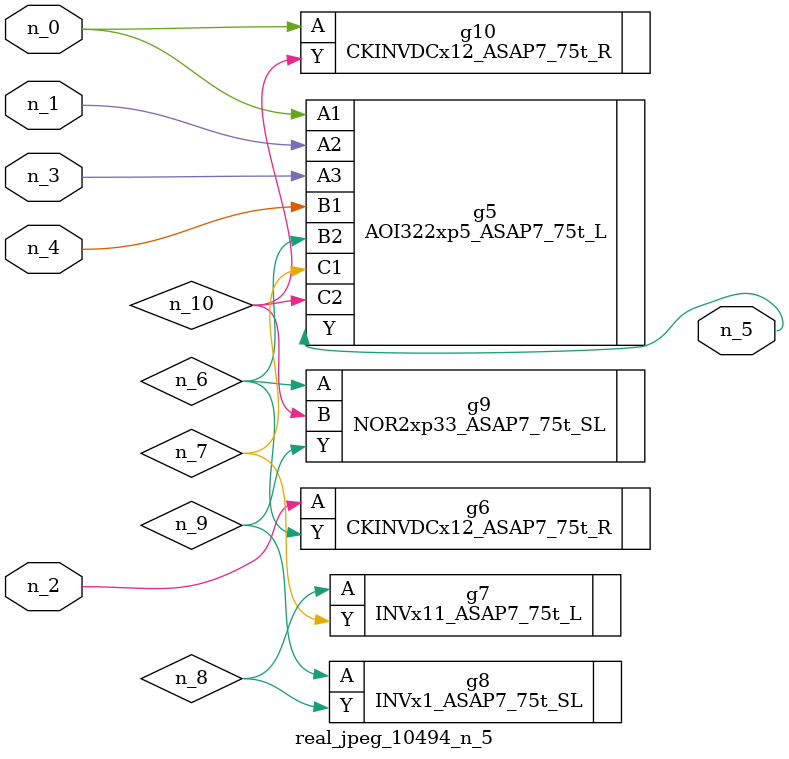
<source format=v>
module real_jpeg_10494_n_5 (n_4, n_0, n_1, n_2, n_3, n_5);

input n_4;
input n_0;
input n_1;
input n_2;
input n_3;

output n_5;

wire n_8;
wire n_6;
wire n_7;
wire n_10;
wire n_9;

AOI322xp5_ASAP7_75t_L g5 ( 
.A1(n_0),
.A2(n_1),
.A3(n_3),
.B1(n_4),
.B2(n_6),
.C1(n_7),
.C2(n_10),
.Y(n_5)
);

CKINVDCx12_ASAP7_75t_R g10 ( 
.A(n_0),
.Y(n_10)
);

CKINVDCx12_ASAP7_75t_R g6 ( 
.A(n_2),
.Y(n_6)
);

NOR2xp33_ASAP7_75t_SL g9 ( 
.A(n_6),
.B(n_10),
.Y(n_9)
);

INVx11_ASAP7_75t_L g7 ( 
.A(n_8),
.Y(n_7)
);

INVx1_ASAP7_75t_SL g8 ( 
.A(n_9),
.Y(n_8)
);


endmodule
</source>
